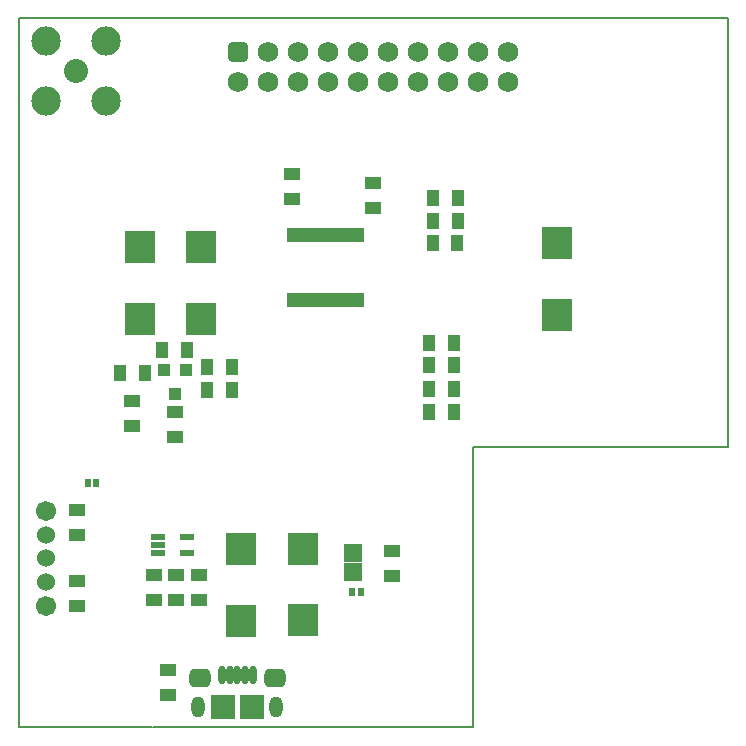
<source format=gbs>
G04*
G04 #@! TF.GenerationSoftware,Altium Limited,Altium Designer,21.2.2 (38)*
G04*
G04 Layer_Color=16711935*
%FSLAX25Y25*%
%MOIN*%
G70*
G04*
G04 #@! TF.SameCoordinates,1EE3EA90-B843-4F6A-96F8-F7B062EE76D3*
G04*
G04*
G04 #@! TF.FilePolarity,Negative*
G04*
G01*
G75*
%ADD15C,0.00787*%
%ADD42R,0.02375X0.03162*%
%ADD47R,0.04343X0.05524*%
%ADD59C,0.06902*%
G04:AMPARAMS|DCode=60|XSize=69.02mil|YSize=69.02mil|CornerRadius=19.26mil|HoleSize=0mil|Usage=FLASHONLY|Rotation=0.000|XOffset=0mil|YOffset=0mil|HoleType=Round|Shape=RoundedRectangle|*
%AMROUNDEDRECTD60*
21,1,0.06902,0.03051,0,0,0.0*
21,1,0.03051,0.06902,0,0,0.0*
1,1,0.03851,0.01526,-0.01526*
1,1,0.03851,-0.01526,-0.01526*
1,1,0.03851,-0.01526,0.01526*
1,1,0.03851,0.01526,0.01526*
%
%ADD60ROUNDEDRECTD60*%
%ADD61O,0.04343X0.07099*%
%ADD62C,0.06000*%
%ADD63C,0.06700*%
%ADD64C,0.09800*%
%ADD65C,0.08000*%
%ADD96R,0.10446X0.10839*%
%ADD97R,0.06312X0.05918*%
%ADD98R,0.05524X0.04343*%
%ADD99R,0.08280X0.07887*%
G04:AMPARAMS|DCode=100|XSize=70.99mil|YSize=63.12mil|CornerRadius=17.78mil|HoleSize=0mil|Usage=FLASHONLY|Rotation=180.000|XOffset=0mil|YOffset=0mil|HoleType=Round|Shape=RoundedRectangle|*
%AMROUNDEDRECTD100*
21,1,0.07099,0.02756,0,0,180.0*
21,1,0.03543,0.06312,0,0,180.0*
1,1,0.03556,-0.01772,0.01378*
1,1,0.03556,0.01772,0.01378*
1,1,0.03556,0.01772,-0.01378*
1,1,0.03556,-0.01772,-0.01378*
%
%ADD100ROUNDEDRECTD100*%
%ADD101O,0.02375X0.06115*%
%ADD102R,0.05050X0.02178*%
%ADD103R,0.03950X0.04343*%
%ADD104R,0.02572X0.04934*%
D15*
X236221Y190925D02*
Y236221D01*
X0D02*
X236221D01*
Y158150D02*
Y190925D01*
X151358Y20D02*
Y93189D01*
X44587Y20D02*
X151358D01*
Y93189D02*
X236221D01*
X0Y0D02*
X44488D01*
X0Y181791D02*
X0Y0D01*
X236221Y93189D02*
Y158150D01*
X0Y181791D02*
Y236221D01*
D42*
X111161Y44941D02*
D03*
X113917D02*
D03*
X22854Y81299D02*
D03*
X25610D02*
D03*
D47*
X56083Y125807D02*
D03*
X47815D02*
D03*
X62736Y120098D02*
D03*
X71004D02*
D03*
X70965Y112382D02*
D03*
X62697D02*
D03*
X33652Y117864D02*
D03*
X41919D02*
D03*
X146181Y176299D02*
D03*
X137913D02*
D03*
X146221Y168760D02*
D03*
X137953D02*
D03*
X146142Y161221D02*
D03*
X137874D02*
D03*
X145059Y128130D02*
D03*
X136791D02*
D03*
X145059Y120630D02*
D03*
X136791D02*
D03*
X145000Y112598D02*
D03*
X136732D02*
D03*
X145039Y105098D02*
D03*
X136772D02*
D03*
D59*
X163110Y215079D02*
D03*
X153110D02*
D03*
X143110D02*
D03*
X133110D02*
D03*
X123110D02*
D03*
X113110D02*
D03*
X103110D02*
D03*
X93110D02*
D03*
X83110D02*
D03*
X73110D02*
D03*
X163110Y225079D02*
D03*
X153110D02*
D03*
X143110D02*
D03*
X133110D02*
D03*
X123110D02*
D03*
X113110D02*
D03*
X103110D02*
D03*
X93110D02*
D03*
X83110D02*
D03*
D60*
X73110D02*
D03*
D61*
X59842Y6752D02*
D03*
X85827D02*
D03*
D62*
X8996Y64114D02*
D03*
Y56240D02*
D03*
Y48366D02*
D03*
D63*
Y71988D02*
D03*
Y40492D02*
D03*
D64*
X8846Y208539D02*
D03*
X28846D02*
D03*
Y228539D02*
D03*
X8846D02*
D03*
D65*
X18846Y218539D02*
D03*
D96*
X60787Y159941D02*
D03*
Y136122D02*
D03*
X179469Y137382D02*
D03*
Y161201D02*
D03*
X40295Y159902D02*
D03*
Y136083D02*
D03*
X74154Y35453D02*
D03*
Y59272D02*
D03*
X94626Y35571D02*
D03*
Y59390D02*
D03*
D97*
X111417Y51555D02*
D03*
Y57854D02*
D03*
D98*
X124252Y50315D02*
D03*
Y58583D02*
D03*
X19468Y63937D02*
D03*
Y72205D02*
D03*
X19311Y48583D02*
D03*
Y40315D02*
D03*
X44961Y50709D02*
D03*
Y42441D02*
D03*
X52480Y50709D02*
D03*
Y42441D02*
D03*
X59961Y50709D02*
D03*
Y42441D02*
D03*
X49843Y18878D02*
D03*
Y10610D02*
D03*
X37776Y108780D02*
D03*
Y100512D02*
D03*
X51949Y105098D02*
D03*
Y96831D02*
D03*
X117972Y181378D02*
D03*
Y173110D02*
D03*
X91063Y176102D02*
D03*
Y184370D02*
D03*
D99*
X68110Y6752D02*
D03*
X77559D02*
D03*
D100*
X60236Y16398D02*
D03*
X85433D02*
D03*
D101*
X72835Y17284D02*
D03*
X75394D02*
D03*
X77953D02*
D03*
X67716D02*
D03*
X70276D02*
D03*
D102*
X55965Y58091D02*
D03*
Y63209D02*
D03*
X46415D02*
D03*
Y60650D02*
D03*
Y58091D02*
D03*
D103*
X52028Y111161D02*
D03*
X55768Y119035D02*
D03*
X48287D02*
D03*
D104*
X113839Y142205D02*
D03*
X111279D02*
D03*
X108721D02*
D03*
X106161D02*
D03*
X103602D02*
D03*
X101043D02*
D03*
X98484D02*
D03*
X95925D02*
D03*
X93366D02*
D03*
X90807D02*
D03*
X113839Y164055D02*
D03*
X111279D02*
D03*
X108721D02*
D03*
X106161D02*
D03*
X103602D02*
D03*
X101043D02*
D03*
X98484D02*
D03*
X95925D02*
D03*
X93366D02*
D03*
X90807D02*
D03*
M02*

</source>
